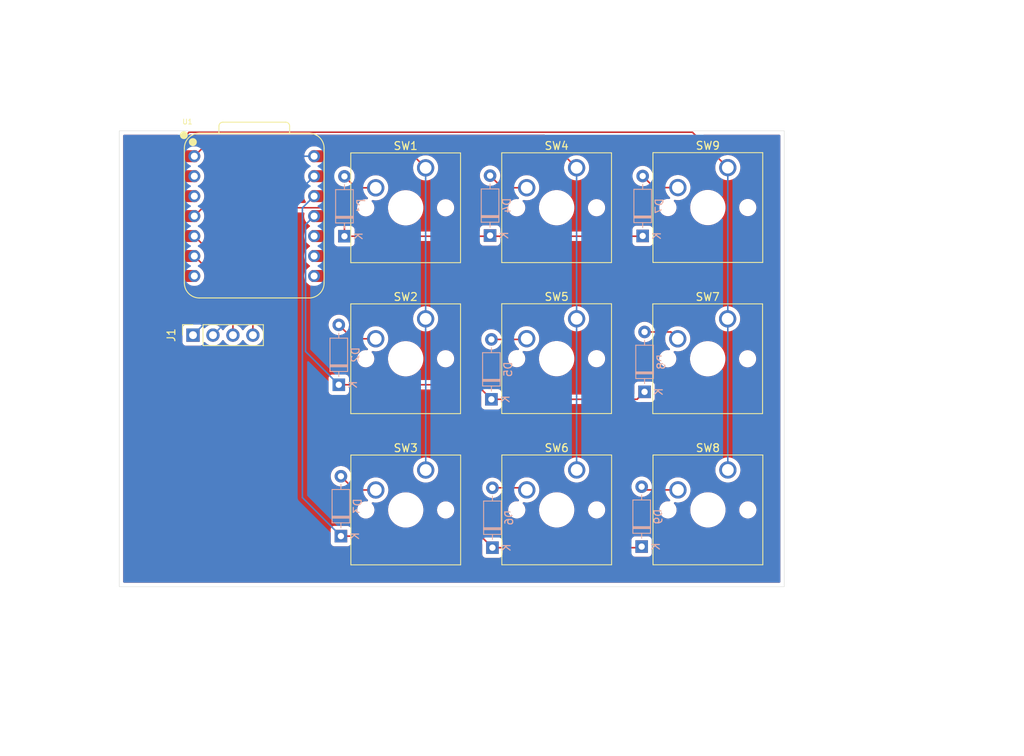
<source format=kicad_pcb>
(kicad_pcb (version 20241229) (generator "pcbnew") (generator_version "9.0")
  (layers (0 "F.Cu" signal) (2 "B.Cu" signal) (13 "F.Paste" user) (15 "B.Paste" user) (5 "F.SilkS" user "F.Silkscreen") (7 "B.SilkS" user "B.Silkscreen") (1 "F.Mask" user) (3 "B.Mask" user) (25 "Edge.Cuts" user))
  (net 0 "")
  (net 1 "row0")
  (net 2 "Net-(D1-A)")
  (net 3 "row1")
  (net 4 "Net-(D2-A)")
  (net 5 "row2")
  (net 6 "Net-(D3-A)")
  (net 7 "Net-(D4-A)")
  (net 8 "Net-(D5-A)")
  (net 9 "Net-(D6-A)")
  (net 10 "Net-(D7-A)")
  (net 11 "Net-(D8-A)")
  (net 12 "Net-(D9-A)")
  (net 13 "GND")
  (net 14 "Net-(J1-Pin_3)")
  (net 15 "+5V")
  (net 16 "Net-(J1-Pin_4)")
  (net 17 "col1")
  (net 18 "col2")
  (net 19 "col3")
  (footprint "Button_Switch_Keyboard:SW_Cherry_MX_1.00u_PCB" (layer "F.Cu") (at 133.8 58.15)
    (property "Reference" "SW9" (at -2.54 -2.794 0) (layer "F.SilkS"))
    (property "Value" "SW_Push")
    (fp_line (start -9.525 -1.905) (end 4.445 -1.905) (stroke (width 0.12)) (layer "F.SilkS"))
    (fp_line (start -9.525 12.065) (end -9.525 -1.905) (stroke (width 0.12)) (layer "F.SilkS"))
    (fp_line (start 4.445 -1.905) (end 4.445 12.065) (stroke (width 0.12)) (layer "F.SilkS"))
    (fp_line (start 4.445 12.065) (end -9.525 12.065) (stroke (width 0.12)) (layer "F.SilkS"))
    (pad "" np_thru_hole circle (at -7.62 5.08) (size 1.7 1.7) (drill 1.7) (layers "*.Cu" "*.Mask"))
    (pad "" np_thru_hole circle (at -2.54 5.08) (size 4 4) (drill 4) (layers "*.Cu" "*.Mask"))
    (pad "" np_thru_hole circle (at 2.54 5.08) (size 1.7 1.7) (drill 1.7) (layers "*.Cu" "*.Mask"))
    (pad "1" thru_hole circle (at 0 0) (size 2.2 2.2) (drill 1.5) (layers "*.Cu" "*.Mask") (net 19 "col3"))
    (pad "2" thru_hole circle (at -6.35 2.54) (size 2.2 2.2) (drill 1.5) (layers "*.Cu" "*.Mask") (net 10 "Net-(D7-A)"))
  )
  (footprint "Button_Switch_Keyboard:SW_Cherry_MX_1.00u_PCB" (layer "F.Cu") (at 114.56 58.17)
    (property "Reference" "SW4" (at -2.54 -2.794 0) (layer "F.SilkS"))
    (property "Value" "SW_Push")
    (fp_line (start -9.525 -1.905) (end 4.445 -1.905) (stroke (width 0.12)) (layer "F.SilkS"))
    (fp_line (start -9.525 12.065) (end -9.525 -1.905) (stroke (width 0.12)) (layer "F.SilkS"))
    (fp_line (start 4.445 -1.905) (end 4.445 12.065) (stroke (width 0.12)) (layer "F.SilkS"))
    (fp_line (start 4.445 12.065) (end -9.525 12.065) (stroke (width 0.12)) (layer "F.SilkS"))
    (pad "" np_thru_hole circle (at -7.62 5.08) (size 1.7 1.7) (drill 1.7) (layers "*.Cu" "*.Mask"))
    (pad "" np_thru_hole circle (at -2.54 5.08) (size 4 4) (drill 4) (layers "*.Cu" "*.Mask"))
    (pad "" np_thru_hole circle (at 2.54 5.08) (size 1.7 1.7) (drill 1.7) (layers "*.Cu" "*.Mask"))
    (pad "1" thru_hole circle (at 0 0) (size 2.2 2.2) (drill 1.5) (layers "*.Cu" "*.Mask") (net 18 "col2"))
    (pad "2" thru_hole circle (at -6.35 2.54) (size 2.2 2.2) (drill 1.5) (layers "*.Cu" "*.Mask") (net 7 "Net-(D4-A)"))
  )
  (footprint "Button_Switch_Keyboard:SW_Cherry_MX_1.00u_PCB" (layer "F.Cu") (at 133.78 77.39)
    (property "Reference" "SW7" (at -2.54 -2.794 0) (layer "F.SilkS"))
    (property "Value" "SW_Push")
    (fp_line (start -9.525 -1.905) (end 4.445 -1.905) (stroke (width 0.12)) (layer "F.SilkS"))
    (fp_line (start -9.525 12.065) (end -9.525 -1.905) (stroke (width 0.12)) (layer "F.SilkS"))
    (fp_line (start 4.445 -1.905) (end 4.445 12.065) (stroke (width 0.12)) (layer "F.SilkS"))
    (fp_line (start 4.445 12.065) (end -9.525 12.065) (stroke (width 0.12)) (layer "F.SilkS"))
    (pad "" np_thru_hole circle (at -7.62 5.08) (size 1.7 1.7) (drill 1.7) (layers "*.Cu" "*.Mask"))
    (pad "" np_thru_hole circle (at -2.54 5.08) (size 4 4) (drill 4) (layers "*.Cu" "*.Mask"))
    (pad "" np_thru_hole circle (at 2.54 5.08) (size 1.7 1.7) (drill 1.7) (layers "*.Cu" "*.Mask"))
    (pad "1" thru_hole circle (at 0 0) (size 2.2 2.2) (drill 1.5) (layers "*.Cu" "*.Mask") (net 19 "col3"))
    (pad "2" thru_hole circle (at -6.35 2.54) (size 2.2 2.2) (drill 1.5) (layers "*.Cu" "*.Mask") (net 11 "Net-(D8-A)"))
  )
  (footprint "Button_Switch_Keyboard:SW_Cherry_MX_1.00u_PCB" (layer "F.Cu") (at 114.57 96.62)
    (property "Reference" "SW6" (at -2.54 -2.794 0) (layer "F.SilkS"))
    (property "Value" "SW_Push")
    (fp_line (start -9.525 -1.905) (end 4.445 -1.905) (stroke (width 0.12)) (layer "F.SilkS"))
    (fp_line (start -9.525 12.065) (end -9.525 -1.905) (stroke (width 0.12)) (layer "F.SilkS"))
    (fp_line (start 4.445 -1.905) (end 4.445 12.065) (stroke (width 0.12)) (layer "F.SilkS"))
    (fp_line (start 4.445 12.065) (end -9.525 12.065) (stroke (width 0.12)) (layer "F.SilkS"))
    (pad "" np_thru_hole circle (at -7.62 5.08) (size 1.7 1.7) (drill 1.7) (layers "*.Cu" "*.Mask"))
    (pad "" np_thru_hole circle (at -2.54 5.08) (size 4 4) (drill 4) (layers "*.Cu" "*.Mask"))
    (pad "" np_thru_hole circle (at 2.54 5.08) (size 1.7 1.7) (drill 1.7) (layers "*.Cu" "*.Mask"))
    (pad "1" thru_hole circle (at 0 0) (size 2.2 2.2) (drill 1.5) (layers "*.Cu" "*.Mask") (net 18 "col2"))
    (pad "2" thru_hole circle (at -6.35 2.54) (size 2.2 2.2) (drill 1.5) (layers "*.Cu" "*.Mask") (net 9 "Net-(D6-A)"))
  )
  (footprint "Button_Switch_Keyboard:SW_Cherry_MX_1.00u_PCB" (layer "F.Cu") (at 133.81 96.62)
    (property "Reference" "SW8" (at -2.54 -2.794 0) (layer "F.SilkS"))
    (property "Value" "SW_Push")
    (fp_line (start -9.525 -1.905) (end 4.445 -1.905) (stroke (width 0.12)) (layer "F.SilkS"))
    (fp_line (start -9.525 12.065) (end -9.525 -1.905) (stroke (width 0.12)) (layer "F.SilkS"))
    (fp_line (start 4.445 -1.905) (end 4.445 12.065) (stroke (width 0.12)) (layer "F.SilkS"))
    (fp_line (start 4.445 12.065) (end -9.525 12.065) (stroke (width 0.12)) (layer "F.SilkS"))
    (pad "" np_thru_hole circle (at -7.62 5.08) (size 1.7 1.7) (drill 1.7) (layers "*.Cu" "*.Mask"))
    (pad "" np_thru_hole circle (at -2.54 5.08) (size 4 4) (drill 4) (layers "*.Cu" "*.Mask"))
    (pad "" np_thru_hole circle (at 2.54 5.08) (size 1.7 1.7) (drill 1.7) (layers "*.Cu" "*.Mask"))
    (pad "1" thru_hole circle (at 0 0) (size 2.2 2.2) (drill 1.5) (layers "*.Cu" "*.Mask") (net 19 "col3"))
    (pad "2" thru_hole circle (at -6.35 2.54) (size 2.2 2.2) (drill 1.5) (layers "*.Cu" "*.Mask") (net 12 "Net-(D9-A)"))
  )
  (footprint "seeed:XIAO-RP2040-DIP" (layer "F.Cu") (at 73.54 64.3185)
    (property "Reference" "U1" (at -8.5 -12 0) (layer "F.SilkS") (effects (font (size 0.635 0.635) (thickness 0.1016))))
    (property "Value" "XIAO-RP2040-DIP")
    (fp_line (start -8.89 8.509) (end -8.89 -8.636) (stroke (width 0.127)) (layer "F.SilkS"))
    (fp_line (start -6.985 10.414) (end 6.985 10.414) (stroke (width 0.127)) (layer "F.SilkS"))
    (fp_line (start -4.495 -10.541) (end -4.491272 -11.451272) (stroke (width 0.127)) (layer "F.SilkS"))
    (fp_line (start -3.991272 -11.951) (end 4.004 -11.951) (stroke (width 0.127)) (layer "F.SilkS"))
    (fp_line (start 4.504 -11.451) (end 4.504 -10.541) (stroke (width 0.127)) (layer "F.SilkS"))
    (fp_line (start 6.985 -10.541) (end -6.985 -10.541) (stroke (width 0.1)) (layer "F.SilkS"))
    (fp_line (start 6.985 -10.541) (end -6.985 -10.541) (stroke (width 0.127)) (layer "F.SilkS"))
    (fp_line (start 8.89 8.509) (end 8.89 -8.636) (stroke (width 0.127)) (layer "F.SilkS"))
    (fp_arc (start -8.89 -8.636) (mid -8.332038 -9.983038) (end -6.985 -10.541) (stroke (width 0.127)) (layer "F.SilkS"))
    (fp_arc (start -6.985 10.414) (mid -8.332038 9.856038) (end -8.89 8.509) (stroke (width 0.127)) (layer "F.SilkS"))
    (fp_arc (start -4.491272 -11.451272) (mid -4.344728 -11.80464) (end -3.991272 -11.951) (stroke (width 0.127)) (layer "F.SilkS"))
    (fp_arc (start 4.004 -11.951) (mid 4.357553 -11.804553) (end 4.504 -11.451) (stroke (width 0.127)) (layer "F.SilkS"))
    (fp_arc (start 6.985 -10.541) (mid 8.332038 -9.983038) (end 8.89 -8.636) (stroke (width 0.127)) (layer "F.SilkS"))
    (fp_arc (start 8.89 8.509) (mid 8.332038 9.856038) (end 6.985 10.414) (stroke (width 0.127)) (layer "F.SilkS"))
    (fp_circle (center -8.95 -10.3) (end -8.95 -10.554) (stroke (width 0.5)) (fill yes) (layer "F.SilkS"))
    (fp_circle (center -7.807 -9.42) (end -7.807 -9.674) (stroke (width 0.5)) (fill yes) (layer "F.SilkS"))
    (pad "1" smd roundrect (at -8.455 -7.62 180) (size 2.432 1.524) (layers "F.Cu" "F.Mask") (roundrect_rratio 0.1) (net 17 "col1"))
    (pad "1" thru_hole circle (at -7.62 -7.62 180) (size 1.524 1.524) (drill 0.889) (layers "*.Cu" "*.Mask") (net 17 "col1"))
    (pad "2" smd roundrect (at -8.455 -5.08 180) (size 2.432 1.524) (layers "F.Cu" "F.Mask") (roundrect_rratio 0.1) (net 18 "col2"))
    (pad "2" thru_hole circle (at -7.62 -5.08 180) (size 1.524 1.524) (drill 0.889) (layers "*.Cu" "*.Mask") (net 18 "col2"))
    (pad "3" smd roundrect (at -8.455 -2.54 180) (size 2.432 1.524) (layers "F.Cu" "F.Mask") (roundrect_rratio 0.1) (net 19 "col3"))
    (pad "3" thru_hole circle (at -7.62 -2.54 180) (size 1.524 1.524) (drill 0.889) (layers "*.Cu" "*.Mask") (net 19 "col3"))
    (pad "4" smd roundrect (at -8.455 0 180) (size 2.432 1.524) (layers "F.Cu" "F.Mask") (roundrect_rratio 0.1) (net 1 "row0"))
    (pad "4" thru_hole circle (at -7.62 0 180) (size 1.524 1.524) (drill 0.889) (layers "*.Cu" "*.Mask") (net 1 "row0"))
    (pad "5" smd roundrect (at -8.455 2.54 180) (size 2.432 1.524) (layers "F.Cu" "F.Mask") (roundrect_rratio 0.1) (net 16 "Net-(J1-Pin_4)"))
    (pad "5" thru_hole circle (at -7.62 2.54 180) (size 1.524 1.524) (drill 0.889) (layers "*.Cu" "*.Mask") (net 16 "Net-(J1-Pin_4)"))
    (pad "6" smd roundrect (at -8.455 5.08 180) (size 2.432 1.524) (layers "F.Cu" "F.Mask") (roundrect_rratio 0.1) (net 14 "Net-(J1-Pin_3)"))
    (pad "6" thru_hole circle (at -7.62 5.08 180) (size 1.524 1.524) (drill 0.889) (layers "*.Cu" "*.Mask") (net 14 "Net-(J1-Pin_3)"))
    (pad "7" smd roundrect (at -8.455 7.62 180) (size 2.432 1.524) (layers "F.Cu" "F.Mask") (roundrect_rratio 0.1))
    (pad "7" thru_hole circle (at -7.62 7.62 180) (size 1.524 1.524) (drill 0.889) (layers "*.Cu" "*.Mask"))
    (pad "8" thru_hole circle (at 7.62 7.62) (size 1.524 1.524) (drill 0.889) (layers "*.Cu" "*.Mask"))
    (pad "8" smd roundrect (at 8.455 7.62) (size 2.432 1.524) (layers "F.Cu" "F.Mask") (roundrect_rratio 0.1))
    (pad "9" thru_hole circle (at 7.62 5.08) (size 1.524 1.524) (drill 0.889) (layers "*.Cu" "*.Mask"))
    (pad "9" smd roundrect (at 8.455 5.08) (size 2.432 1.524) (layers "F.Cu" "F.Mask") (roundrect_rratio 0.1))
    (pad "10" thru_hole circle (at 7.62 2.54) (size 1.524 1.524) (drill 0.889) (layers "*.Cu" "*.Mask"))
    (pad "10" smd roundrect (at 8.455 2.54) (size 2.432 1.524) (layers "F.Cu" "F.Mask") (roundrect_rratio 0.1))
    (pad "11" thru_hole circle (at 7.62 0) (size 1.524 1.524) (drill 0.889) (layers "*.Cu" "*.Mask") (net 3 "row1"))
    (pad "11" smd roundrect (at 8.455 0) (size 2.432 1.524) (layers "F.Cu" "F.Mask") (roundrect_rratio 0.1) (net 3 "row1"))
    (pad "12" thru_hole circle (at 7.62 -2.54) (size 1.524 1.524) (drill 0.889) (layers "*.Cu" "*.Mask") (net 5 "row2"))
    (pad "12" smd roundrect (at 8.455 -2.54) (size 2.432 1.524) (layers "F.Cu" "F.Mask") (roundrect_rratio 0.1) (net 5 "row2"))
    (pad "13" thru_hole circle (at 7.62 -5.08) (size 1.524 1.524) (drill 0.889) (layers "*.Cu" "*.Mask") (net 13 "GND"))
    (pad "13" smd roundrect (at 8.455 -5.08) (size 2.432 1.524) (layers "F.Cu" "F.Mask") (roundrect_rratio 0.1) (net 13 "GND"))
    (pad "14" thru_hole circle (at 7.62 -7.62) (size 1.524 1.524) (drill 0.889) (layers "*.Cu" "*.Mask") (net 15 "+5V"))
    (pad "14" smd roundrect (at 8.455 -7.62) (size 2.432 1.524) (layers "F.Cu" "F.Mask") (roundrect_rratio 0.1) (net 15 "+5V"))
  )
  (footprint "Button_Switch_Keyboard:SW_Cherry_MX_1.00u_PCB" (layer "F.Cu") (at 95.36 96.63)
    (property "Reference" "SW3" (at -2.54 -2.794 0) (layer "F.SilkS"))
    (property "Value" "SW_Push")
    (fp_line (start -9.525 -1.905) (end 4.445 -1.905) (stroke (width 0.12)) (layer "F.SilkS"))
    (fp_line (start -9.525 12.065) (end -9.525 -1.905) (stroke (width 0.12)) (layer "F.SilkS"))
    (fp_line (start 4.445 -1.905) (end 4.445 12.065) (stroke (width 0.12)) (layer "F.SilkS"))
    (fp_line (start 4.445 12.065) (end -9.525 12.065) (stroke (width 0.12)) (layer "F.SilkS"))
    (pad "" np_thru_hole circle (at -7.62 5.08) (size 1.7 1.7) (drill 1.7) (layers "*.Cu" "*.Mask"))
    (pad "" np_thru_hole circle (at -2.54 5.08) (size 4 4) (drill 4) (layers "*.Cu" "*.Mask"))
    (pad "" np_thru_hole circle (at 2.54 5.08) (size 1.7 1.7) (drill 1.7) (layers "*.Cu" "*.Mask"))
    (pad "1" thru_hole circle (at 0 0) (size 2.2 2.2) (drill 1.5) (layers "*.Cu" "*.Mask") (net 17 "col1"))
    (pad "2" thru_hole circle (at -6.35 2.54) (size 2.2 2.2) (drill 1.5) (layers "*.Cu" "*.Mask") (net 6 "Net-(D3-A)"))
  )
  (footprint "Button_Switch_Keyboard:SW_Cherry_MX_1.00u_PCB" (layer "F.Cu") (at 95.35 77.39)
    (property "Reference" "SW2" (at -2.54 -2.794 0) (layer "F.SilkS"))
    (property "Value" "SW_Push")
    (fp_line (start -9.525 -1.905) (end 4.445 -1.905) (stroke (width 0.12)) (layer "F.SilkS"))
    (fp_line (start -9.525 12.065) (end -9.525 -1.905) (stroke (width 0.12)) (layer "F.SilkS"))
    (fp_line (start 4.445 -1.905) (end 4.445 12.065) (stroke (width 0.12)) (layer "F.SilkS"))
    (fp_line (start 4.445 12.065) (end -9.525 12.065) (stroke (width 0.12)) (layer "F.SilkS"))
    (pad "" np_thru_hole circle (at -7.62 5.08) (size 1.7 1.7) (drill 1.7) (layers "*.Cu" "*.Mask"))
    (pad "" np_thru_hole circle (at -2.54 5.08) (size 4 4) (drill 4) (layers "*.Cu" "*.Mask"))
    (pad "" np_thru_hole circle (at 2.54 5.08) (size 1.7 1.7) (drill 1.7) (layers "*.Cu" "*.Mask"))
    (pad "1" thru_hole circle (at 0 0) (size 2.2 2.2) (drill 1.5) (layers "*.Cu" "*.Mask") (net 17 "col1"))
    (pad "2" thru_hole circle (at -6.35 2.54) (size 2.2 2.2) (drill 1.5) (layers "*.Cu" "*.Mask") (net 4 "Net-(D2-A)"))
  )
  (footprint "Button_Switch_Keyboard:SW_Cherry_MX_1.00u_PCB" (layer "F.Cu") (at 95.35 58.18)
    (property "Reference" "SW1" (at -2.54 -2.794 0) (layer "F.SilkS"))
    (property "Value" "SW_Push")
    (fp_line (start -9.525 -1.905) (end 4.445 -1.905) (stroke (width 0.12)) (layer "F.SilkS"))
    (fp_line (start -9.525 12.065) (end -9.525 -1.905) (stroke (width 0.12)) (layer "F.SilkS"))
    (fp_line (start 4.445 -1.905) (end 4.445 12.065) (stroke (width 0.12)) (layer "F.SilkS"))
    (fp_line (start 4.445 12.065) (end -9.525 12.065) (stroke (width 0.12)) (layer "F.SilkS"))
    (pad "" np_thru_hole circle (at -7.62 5.08) (size 1.7 1.7) (drill 1.7) (layers "*.Cu" "*.Mask"))
    (pad "" np_thru_hole circle (at -2.54 5.08) (size 4 4) (drill 4) (layers "*.Cu" "*.Mask"))
    (pad "" np_thru_hole circle (at 2.54 5.08) (size 1.7 1.7) (drill 1.7) (layers "*.Cu" "*.Mask"))
    (pad "1" thru_hole circle (at 0 0) (size 2.2 2.2) (drill 1.5) (layers "*.Cu" "*.Mask") (net 17 "col1"))
    (pad "2" thru_hole circle (at -6.35 2.54) (size 2.2 2.2) (drill 1.5) (layers "*.Cu" "*.Mask") (net 2 "Net-(D1-A)"))
  )
  (footprint "Button_Switch_Keyboard:SW_Cherry_MX_1.00u_PCB" (layer "F.Cu") (at 114.56 77.38)
    (property "Reference" "SW5" (at -2.54 -2.794 0) (layer "F.SilkS"))
    (property "Value" "SW_Push")
    (fp_line (start -9.525 -1.905) (end 4.445 -1.905) (stroke (width 0.12)) (layer "F.SilkS"))
    (fp_line (start -9.525 12.065) (end -9.525 -1.905) (stroke (width 0.12)) (layer "F.SilkS"))
    (fp_line (start 4.445 -1.905) (end 4.445 12.065) (stroke (width 0.12)) (layer "F.SilkS"))
    (fp_line (start 4.445 12.065) (end -9.525 12.065) (stroke (width 0.12)) (layer "F.SilkS"))
    (pad "" np_thru_hole circle (at -7.62 5.08) (size 1.7 1.7) (drill 1.7) (layers "*.Cu" "*.Mask"))
    (pad "" np_thru_hole circle (at -2.54 5.08) (size 4 4) (drill 4) (layers "*.Cu" "*.Mask"))
    (pad "" np_thru_hole circle (at 2.54 5.08) (size 1.7 1.7) (drill 1.7) (layers "*.Cu" "*.Mask"))
    (pad "1" thru_hole circle (at 0 0) (size 2.2 2.2) (drill 1.5) (layers "*.Cu" "*.Mask") (net 18 "col2"))
    (pad "2" thru_hole circle (at -6.35 2.54) (size 2.2 2.2) (drill 1.5) (layers "*.Cu" "*.Mask") (net 8 "Net-(D5-A)"))
  )
  (footprint "Connector_PinSocket_2.54mm:PinSocket_1x04_P2.54mm_Vertical" (layer "F.Cu") (at 65.75 79.465 90)
    (property "Reference" "J1" (at 0 -2.77 90) (layer "F.SilkS"))
    (property "Value" "Conn_01x04")
    (fp_line (start 1.33 -1.33) (end 1.33 0) (stroke (width 0.12)) (layer "F.SilkS"))
    (fp_line (start 0 -1.33) (end 1.33 -1.33) (stroke (width 0.12)) (layer "F.SilkS"))
    (fp_line (start 1.33 1.27) (end 1.33 8.95) (stroke (width 0.12)) (layer "F.SilkS"))
    (fp_line (start -1.33 1.27) (end 1.33 1.27) (stroke (width 0.12)) (layer "F.SilkS"))
    (fp_line (start -1.33 1.27) (end -1.33 8.95) (stroke (width 0.12)) (layer "F.SilkS"))
    (fp_line (start -1.33 8.95) (end 1.33 8.95) (stroke (width 0.12)) (layer "F.SilkS"))
    (pad "1" thru_hole rect (at 0 0 90) (size 1.7 1.7) (drill 1) (layers "*.Cu" "*.Mask") (net 15 "+5V"))
    (pad "2" thru_hole oval (at 0 2.54 90) (size 1.7 1.7) (drill 1) (layers "*.Cu" "*.Mask") (net 13 "GND"))
    (pad "3" thru_hole oval (at 0 5.08 90) (size 1.7 1.7) (drill 1) (layers "*.Cu" "*.Mask") (net 14 "Net-(J1-Pin_3)"))
    (pad "4" thru_hole oval (at 0 7.62 90) (size 1.7 1.7) (drill 1) (layers "*.Cu" "*.Mask") (net 16 "Net-(J1-Pin_4)"))
  )
  (footprint "Diode_THT:D_DO-35_SOD27_P7.62mm_Horizontal" (layer "B.Cu") (at 122.97 66.84 90)
    (property "Reference" "D7" (at 3.81 2.12 90) (layer "B.SilkS") (effects (justify mirror)))
    (property "Value" "D")
    (fp_line (start 5.93 -1.12) (end 5.93 1.12) (stroke (width 0.12)) (layer "B.SilkS"))
    (fp_line (start 1.69 -1.12) (end 5.93 -1.12) (stroke (width 0.12)) (layer "B.SilkS"))
    (fp_line (start 6.58 0) (end 5.93 0) (stroke (width 0.12)) (layer "B.SilkS"))
    (fp_line (start 1.04 0) (end 1.69 0) (stroke (width 0.12)) (layer "B.SilkS"))
    (fp_line (start 5.93 1.12) (end 1.69 1.12) (stroke (width 0.12)) (layer "B.SilkS"))
    (fp_line (start 2.53 1.12) (end 2.53 -1.12) (stroke (width 0.12)) (layer "B.SilkS"))
    (fp_line (start 2.41 1.12) (end 2.41 -1.12) (stroke (width 0.12)) (layer "B.SilkS"))
    (fp_line (start 2.29 1.12) (end 2.29 -1.12) (stroke (width 0.12)) (layer "B.SilkS"))
    (fp_line (start 1.69 1.12) (end 1.69 -1.12) (stroke (width 0.12)) (layer "B.SilkS"))
    (fp_text user "K" (at 0 1.8 90) (layer "B.SilkS") (effects (justify mirror)))
    (pad "1" thru_hole rect (at 0 0 90) (size 1.6 1.6) (drill 0.8) (layers "*.Cu" "*.Mask") (net 1 "row0"))
    (pad "2" thru_hole oval (at 7.62 0 90) (size 1.6 1.6) (drill 0.8) (layers "*.Cu" "*.Mask") (net 10 "Net-(D7-A)"))
  )
  (footprint "Diode_THT:D_DO-35_SOD27_P7.62mm_Horizontal" (layer "B.Cu") (at 122.84 106.37 90)
    (property "Reference" "D9" (at 3.81 2.12 90) (layer "B.SilkS") (effects (justify mirror)))
    (property "Value" "D")
    (fp_line (start 5.93 -1.12) (end 5.93 1.12) (stroke (width 0.12)) (layer "B.SilkS"))
    (fp_line (start 1.69 -1.12) (end 5.93 -1.12) (stroke (width 0.12)) (layer "B.SilkS"))
    (fp_line (start 6.58 0) (end 5.93 0) (stroke (width 0.12)) (layer "B.SilkS"))
    (fp_line (start 1.04 0) (end 1.69 0) (stroke (width 0.12)) (layer "B.SilkS"))
    (fp_line (start 5.93 1.12) (end 1.69 1.12) (stroke (width 0.12)) (layer "B.SilkS"))
    (fp_line (start 2.53 1.12) (end 2.53 -1.12) (stroke (width 0.12)) (layer "B.SilkS"))
    (fp_line (start 2.41 1.12) (end 2.41 -1.12) (stroke (width 0.12)) (layer "B.SilkS"))
    (fp_line (start 2.29 1.12) (end 2.29 -1.12) (stroke (width 0.12)) (layer "B.SilkS"))
    (fp_line (start 1.69 1.12) (end 1.69 -1.12) (stroke (width 0.12)) (layer "B.SilkS"))
    (fp_text user "K" (at 0 1.8 90) (layer "B.SilkS") (effects (justify mirror)))
    (pad "1" thru_hole rect (at 0 0 90) (size 1.6 1.6) (drill 0.8) (layers "*.Cu" "*.Mask") (net 5 "row2"))
    (pad "2" thru_hole oval (at 7.62 0 90) (size 1.6 1.6) (drill 0.8) (layers "*.Cu" "*.Mask") (net 12 "Net-(D9-A)"))
  )
  (footprint "Diode_THT:D_DO-35_SOD27_P7.62mm_Horizontal" (layer "B.Cu") (at 84.57 105.04 90)
    (property "Reference" "D3" (at 3.81 2.12 90) (layer "B.SilkS") (effects (justify mirror)))
    (property "Value" "D")
    (fp_line (start 5.93 -1.12) (end 5.93 1.12) (stroke (width 0.12)) (layer "B.SilkS"))
    (fp_line (start 1.69 -1.12) (end 5.93 -1.12) (stroke (width 0.12)) (layer "B.SilkS"))
    (fp_line (start 6.58 0) (end 5.93 0) (stroke (width 0.12)) (layer "B.SilkS"))
    (fp_line (start 1.04 0) (end 1.69 0) (stroke (width 0.12)) (layer "B.SilkS"))
    (fp_line (start 5.93 1.12) (end 1.69 1.12) (stroke (width 0.12)) (layer "B.SilkS"))
    (fp_line (start 2.53 1.12) (end 2.53 -1.12) (stroke (width 0.12)) (layer "B.SilkS"))
    (fp_line (start 2.41 1.12) (end 2.41 -1.12) (stroke (width 0.12)) (layer "B.SilkS"))
    (fp_line (start 2.29 1.12) (end 2.29 -1.12) (stroke (width 0.12)) (layer "B.SilkS"))
    (fp_line (start 1.69 1.12) (end 1.69 -1.12) (stroke (width 0.12)) (layer "B.SilkS"))
    (fp_text user "K" (at 0 1.8 90) (layer "B.SilkS") (effects (justify mirror)))
    (pad "1" thru_hole rect (at 0 0 90) (size 1.6 1.6) (drill 0.8) (layers "*.Cu" "*.Mask") (net 5 "row2"))
    (pad "2" thru_hole oval (at 7.62 0 90) (size 1.6 1.6) (drill 0.8) (layers "*.Cu" "*.Mask") (net 6 "Net-(D3-A)"))
  )
  (footprint "Diode_THT:D_DO-35_SOD27_P7.62mm_Horizontal" (layer "B.Cu") (at 103.55 66.79 90)
    (property "Reference" "D4" (at 3.81 2.12 90) (layer "B.SilkS") (effects (justify mirror)))
    (property "Value" "D")
    (fp_line (start 5.93 -1.12) (end 5.93 1.12) (stroke (width 0.12)) (layer "B.SilkS"))
    (fp_line (start 1.69 -1.12) (end 5.93 -1.12) (stroke (width 0.12)) (layer "B.SilkS"))
    (fp_line (start 6.58 0) (end 5.93 0) (stroke (width 0.12)) (layer "B.SilkS"))
    (fp_line (start 1.04 0) (end 1.69 0) (stroke (width 0.12)) (layer "B.SilkS"))
    (fp_line (start 5.93 1.12) (end 1.69 1.12) (stroke (width 0.12)) (layer "B.SilkS"))
    (fp_line (start 2.53 1.12) (end 2.53 -1.12) (stroke (width 0.12)) (layer "B.SilkS"))
    (fp_line (start 2.41 1.12) (end 2.41 -1.12) (stroke (width 0.12)) (layer "B.SilkS"))
    (fp_line (start 2.29 1.12) (end 2.29 -1.12) (stroke (width 0.12)) (layer "B.SilkS"))
    (fp_line (start 1.69 1.12) (end 1.69 -1.12) (stroke (width 0.12)) (layer "B.SilkS"))
    (fp_text user "K" (at 0 1.8 90) (layer "B.SilkS") (effects (justify mirror)))
    (pad "1" thru_hole rect (at 0 0 90) (size 1.6 1.6) (drill 0.8) (layers "*.Cu" "*.Mask") (net 1 "row0"))
    (pad "2" thru_hole oval (at 7.62 0 90) (size 1.6 1.6) (drill 0.8) (layers "*.Cu" "*.Mask") (net 7 "Net-(D4-A)"))
  )
  (footprint "Diode_THT:D_DO-35_SOD27_P7.62mm_Horizontal" (layer "B.Cu") (at 84.3 85.78 90)
    (property "Reference" "D2" (at 3.81 2.12 90) (layer "B.SilkS") (effects (justify mirror)))
    (property "Value" "D")
    (fp_line (start 5.93 -1.12) (end 5.93 1.12) (stroke (width 0.12)) (layer "B.SilkS"))
    (fp_line (start 1.69 -1.12) (end 5.93 -1.12) (stroke (width 0.12)) (layer "B.SilkS"))
    (fp_line (start 6.58 0) (end 5.93 0) (stroke (width 0.12)) (layer "B.SilkS"))
    (fp_line (start 1.04 0) (end 1.69 0) (stroke (width 0.12)) (layer "B.SilkS"))
    (fp_line (start 5.93 1.12) (end 1.69 1.12) (stroke (width 0.12)) (layer "B.SilkS"))
    (fp_line (start 2.53 1.12) (end 2.53 -1.12) (stroke (width 0.12)) (layer "B.SilkS"))
    (fp_line (start 2.41 1.12) (end 2.41 -1.12) (stroke (width 0.12)) (layer "B.SilkS"))
    (fp_line (start 2.29 1.12) (end 2.29 -1.12) (stroke (width 0.12)) (layer "B.SilkS"))
    (fp_line (start 1.69 1.12) (end 1.69 -1.12) (stroke (width 0.12)) (layer "B.SilkS"))
    (fp_text user "K" (at 0 1.8 90) (layer "B.SilkS") (effects (justify mirror)))
    (pad "1" thru_hole rect (at 0 0 90) (size 1.6 1.6) (drill 0.8) (layers "*.Cu" "*.Mask") (net 3 "row1"))
    (pad "2" thru_hole oval (at 7.62 0 90) (size 1.6 1.6) (drill 0.8) (layers "*.Cu" "*.Mask") (net 4 "Net-(D2-A)"))
  )
  (footprint "Diode_THT:D_DO-35_SOD27_P7.62mm_Horizontal" (layer "B.Cu") (at 103.72 87.63 90)
    (property "Reference" "D5" (at 3.81 2.12 90) (layer "B.SilkS") (effects (justify mirror)))
    (property "Value" "D")
    (fp_line (start 5.93 -1.12) (end 5.93 1.12) (stroke (width 0.12)) (layer "B.SilkS"))
    (fp_line (start 1.69 -1.12) (end 5.93 -1.12) (stroke (width 0.12)) (layer "B.SilkS"))
    (fp_line (start 6.58 0) (end 5.93 0) (stroke (width 0.12)) (layer "B.SilkS"))
    (fp_line (start 1.04 0) (end 1.69 0) (stroke (width 0.12)) (layer "B.SilkS"))
    (fp_line (start 5.93 1.12) (end 1.69 1.12) (stroke (width 0.12)) (layer "B.SilkS"))
    (fp_line (start 2.53 1.12) (end 2.53 -1.12) (stroke (width 0.12)) (layer "B.SilkS"))
    (fp_line (start 2.41 1.12) (end 2.41 -1.12) (stroke (width 0.12)) (layer "B.SilkS"))
    (fp_line (start 2.29 1.12) (end 2.29 -1.12) (stroke (width 0.12)) (layer "B.SilkS"))
    (fp_line (start 1.69 1.12) (end 1.69 -1.12) (stroke (width 0.12)) (layer "B.SilkS"))
    (fp_text user "K" (at 0 1.8 90) (layer "B.SilkS") (effects (justify mirror)))
    (pad "1" thru_hole rect (at 0 0 90) (size 1.6 1.6) (drill 0.8) (layers "*.Cu" "*.Mask") (net 3 "row1"))
    (pad "2" thru_hole oval (at 7.62 0 90) (size 1.6 1.6) (drill 0.8) (layers "*.Cu" "*.Mask") (net 8 "Net-(D5-A)"))
  )
  (footprint "Diode_THT:D_DO-35_SOD27_P7.62mm_Horizontal" (layer "B.Cu") (at 103.85 106.51 90)
    (property "Reference" "D6" (at 3.81 2.12 90) (layer "B.SilkS") (effects (justify mirror)))
    (property "Value" "D")
    (fp_line (start 5.93 -1.12) (end 5.93 1.12) (stroke (width 0.12)) (layer "B.SilkS"))
    (fp_line (start 1.69 -1.12) (end 5.93 -1.12) (stroke (width 0.12)) (layer "B.SilkS"))
    (fp_line (start 6.58 0) (end 5.93 0) (stroke (width 0.12)) (layer "B.SilkS"))
    (fp_line (start 1.04 0) (end 1.69 0) (stroke (width 0.12)) (layer "B.SilkS"))
    (fp_line (start 5.93 1.12) (end 1.69 1.12) (stroke (width 0.12)) (layer "B.SilkS"))
    (fp_line (start 2.53 1.12) (end 2.53 -1.12) (stroke (width 0.12)) (layer "B.SilkS"))
    (fp_line (start 2.41 1.12) (end 2.41 -1.12) (stroke (width 0.12)) (layer "B.SilkS"))
    (fp_line (start 2.29 1.12) (end 2.29 -1.12) (stroke (width 0.12)) (layer "B.SilkS"))
    (fp_line (start 1.69 1.12) (end 1.69 -1.12) (stroke (width 0.12)) (layer "B.SilkS"))
    (fp_text user "K" (at 0 1.8 90) (layer "B.SilkS") (effects (justify mirror)))
    (pad "1" thru_hole rect (at 0 0 90) (size 1.6 1.6) (drill 0.8) (layers "*.Cu" "*.Mask") (net 5 "row2"))
    (pad "2" thru_hole oval (at 7.62 0 90) (size 1.6 1.6) (drill 0.8) (layers "*.Cu" "*.Mask") (net 9 "Net-(D6-A)"))
  )
  (footprint "Diode_THT:D_DO-35_SOD27_P7.62mm_Horizontal" (layer "B.Cu") (at 123.21 86.68 90)
    (property "Reference" "D8" (at 3.81 2.12 90) (layer "B.SilkS") (effects (justify mirror)))
    (property "Value" "D")
    (fp_line (start 5.93 -1.12) (end 5.93 1.12) (stroke (width 0.12)) (layer "B.SilkS"))
    (fp_line (start 1.69 -1.12) (end 5.93 -1.12) (stroke (width 0.12)) (layer "B.SilkS"))
    (fp_line (start 6.58 0) (end 5.93 0) (stroke (width 0.12)) (layer "B.SilkS"))
    (fp_line (start 1.04 0) (end 1.69 0) (stroke (width 0.12)) (layer "B.SilkS"))
    (fp_line (start 5.93 1.12) (end 1.69 1.12) (stroke (width 0.12)) (layer "B.SilkS"))
    (fp_line (start 2.53 1.12) (end 2.53 -1.12) (stroke (width 0.12)) (layer "B.SilkS"))
    (fp_line (start 2.41 1.12) (end 2.41 -1.12) (stroke (width 0.12)) (layer "B.SilkS"))
    (fp_line (start 2.29 1.12) (end 2.29 -1.12) (stroke (width 0.12)) (layer "B.SilkS"))
    (fp_line (start 1.69 1.12) (end 1.69 -1.12) (stroke (width 0.12)) (layer "B.SilkS"))
    (fp_text user "K" (at 0 1.8 90) (layer "B.SilkS") (effects (justify mirror)))
    (pad "1" thru_hole rect (at 0 0 90) (size 1.6 1.6) (drill 0.8) (layers "*.Cu" "*.Mask") (net 3 "row1"))
    (pad "2" thru_hole oval (at 7.62 0 90) (size 1.6 1.6) (drill 0.8) (layers "*.Cu" "*.Mask") (net 11 "Net-(D8-A)"))
  )
  (footprint "Diode_THT:D_DO-35_SOD27_P7.62mm_Horizontal" (layer "B.Cu") (at 85.02 66.88 90)
    (property "Reference" "D1" (at 3.81 2.12 90) (layer "B.SilkS") (effects (justify mirror)))
    (property "Value" "D")
    (fp_line (start 5.93 -1.12) (end 5.93 1.12) (stroke (width 0.12)) (layer "B.SilkS"))
    (fp_line (start 1.69 -1.12) (end 5.93 -1.12) (stroke (width 0.12)) (layer "B.SilkS"))
    (fp_line (start 6.58 0) (end 5.93 0) (stroke (width 0.12)) (layer "B.SilkS"))
    (fp_line (start 1.04 0) (end 1.69 0) (stroke (width 0.12)) (layer "B.SilkS"))
    (fp_line (start 5.93 1.12) (end 1.69 1.12) (stroke (width 0.12)) (layer "B.SilkS"))
    (fp_line (start 2.53 1.12) (end 2.53 -1.12) (stroke (width 0.12)) (layer "B.SilkS"))
    (fp_line (start 2.41 1.12) (end 2.41 -1.12) (stroke (width 0.12)) (layer "B.SilkS"))
    (fp_line (start 2.29 1.12) (end 2.29 -1.12) (stroke (width 0.12)) (layer "B.SilkS"))
    (fp_line (start 1.69 1.12) (end 1.69 -1.12) (stroke (width 0.12)) (layer "B.SilkS"))
    (fp_text user "K" (at 0 1.8 90) (layer "B.SilkS") (effects (justify mirror)))
    (pad "1" thru_hole rect (at 0 0 90) (size 1.6 1.6) (drill 0.8) (layers "*.Cu" "*.Mask") (net 1 "row0"))
    (pad "2" thru_hole oval (at 7.62 0 90) (size 1.6 1.6) (drill 0.8) (layers "*.Cu" "*.Mask") (net 2 "Net-(D1-A)"))
  )
  (gr_rect (start 56.36 53.47) (end 140.99 111.47) (stroke (width 0.05)) (fill no) (layer "Edge.Cuts"))
  (segment (start 85.02 65.024874) (end 83.250626 63.2555) (width 0.2) (layer "F.Cu") (net 1))
  (segment (start 85.02 66.88) (end 122.93 66.88) (width 0.2) (layer "F.Cu") (net 1))
  (segment (start 122.93 66.88) (end 122.97 66.84) (width 0.2) (layer "F.Cu") (net 1))
  (segment (start 66.983 63.2555) (end 65.92 64.3185) (width 0.2) (layer "F.Cu") (net 1))
  (segment (start 83.250626 63.2555) (end 66.983 63.2555) (width 0.2) (layer "F.Cu") (net 1))
  (segment (start 85.02 66.88) (end 85.02 65.024874) (width 0.2) (layer "F.Cu") (net 1))
  (segment (start 89 60.72) (end 86.48 60.72) (width 0.2) (layer "F.Cu") (net 2))
  (segment (start 86.48 60.72) (end 85.02 59.26) (width 0.2) (layer "F.Cu") (net 2))
  (segment (start 122.26 87.63) (end 123.21 86.68) (width 0.2) (layer "F.Cu") (net 3))
  (segment (start 103.72 87.63) (end 122.26 87.63) (width 0.2) (layer "F.Cu") (net 3))
  (segment (start 84.3 85.78) (end 101.87 85.78) (width 0.2) (layer "F.Cu") (net 3))
  (segment (start 101.87 85.78) (end 103.72 87.63) (width 0.2) (layer "F.Cu") (net 3))
  (segment (start 80.07 65.4085) (end 81.16 64.3185) (width 0.2) (layer "B.Cu") (net 3))
  (segment (start 80.07 81.55) (end 80.07 65.4085) (width 0.2) (layer "B.Cu") (net 3))
  (segment (start 84.3 85.78) (end 80.07 81.55) (width 0.2) (layer "B.Cu") (net 3))
  (segment (start 86.07 79.93) (end 84.3 78.16) (width 0.2) (layer "F.Cu") (net 4))
  (segment (start 89 79.93) (end 86.07 79.93) (width 0.2) (layer "F.Cu") (net 4))
  (segment (start 84.57 105.04) (end 102.38 105.04) (width 0.2) (layer "F.Cu") (net 5))
  (segment (start 102.38 105.04) (end 103.85 106.51) (width 0.2) (layer "F.Cu") (net 5))
  (segment (start 103.85 106.51) (end 122.7 106.51) (width 0.2) (layer "F.Cu") (net 5))
  (segment (start 122.7 106.51) (end 122.84 106.37) (width 0.2) (layer "F.Cu") (net 5))
  (segment (start 79.669 100.139) (end 79.669 63.2695) (width 0.2) (layer "B.Cu") (net 5))
  (segment (start 79.669 63.2695) (end 81.16 61.7785) (width 0.2) (layer "B.Cu") (net 5))
  (segment (start 84.57 105.04) (end 79.669 100.139) (width 0.2) (layer "B.Cu") (net 5))
  (segment (start 89.01 99.17) (end 86.32 99.17) (width 0.2) (layer "F.Cu") (net 6))
  (segment (start 86.32 99.17) (end 84.57 97.42) (width 0.2) (layer "F.Cu") (net 6))
  (segment (start 105.09 60.71) (end 103.55 59.17) (width 0.2) (layer "F.Cu") (net 7))
  (segment (start 108.21 60.71) (end 105.09 60.71) (width 0.2) (layer "F.Cu") (net 7))
  (segment (start 103.72 80.01) (end 108.12 80.01) (width 0.2) (layer "F.Cu") (net 8))
  (segment (start 108.12 80.01) (end 108.21 79.92) (width 0.2) (layer "F.Cu") (net 8))
  (segment (start 107.95 98.89) (end 108.22 99.16) (width 0.2) (layer "F.Cu") (net 9))
  (segment (start 103.85 98.89) (end 107.95 98.89) (width 0.2) (layer "F.Cu") (net 9))
  (segment (start 127.45 60.69) (end 124.44 60.69) (width 0.2) (layer "F.Cu") (net 10))
  (segment (start 124.44 60.69) (end 122.97 59.22) (width 0.2) (layer "F.Cu") (net 10))
  (segment (start 123.21 79.06) (end 126.56 79.06) (width 0.2) (layer "F.Cu") (net 11))
  (segment (start 126.56 79.06) (end 127.43 79.93) (width 0.2) (layer "F.Cu") (net 11))
  (segment (start 127.46 99.16) (end 123.25 99.16) (width 0.2) (layer "F.Cu") (net 12))
  (segment (start 123.25 99.16) (end 122.84 98.75) (width 0.2) (layer "F.Cu") (net 12))
  (segment (start 68.29 79.465) (end 71.481 76.274) (width 0.2) (layer "B.Cu") (net 13))
  (segment (start 71.481 68.9175) (end 81.16 59.2385) (width 0.2) (layer "B.Cu") (net 13))
  (segment (start 71.481 76.274) (end 71.481 68.9175) (width 0.2) (layer "B.Cu") (net 13))
  (segment (start 65.92 69.3985) (end 70.83 74.3085) (width 0.2) (layer "F.Cu") (net 14))
  (segment (start 70.83 74.3085) (end 70.83 79.465) (width 0.2) (layer "F.Cu") (net 14))
  (segment (start 71.08 74.135) (end 65.75 79.465) (width 0.2) (layer "B.Cu") (net 15))
  (segment (start 81.16 56.6985) (end 76.2215 56.6985) (width 0.2) (layer "B.Cu") (net 15))
  (segment (start 71.08 61.84) (end 71.08 74.135) (width 0.2) (layer "B.Cu") (net 15))
  (segment (start 76.2215 56.6985) (end 71.08 61.84) (width 0.2) (layer "B.Cu") (net 15))
  (segment (start 73.37 74.3085) (end 65.92 66.8585) (width 0.2) (layer "F.Cu") (net 16))
  (segment (start 73.37 79.465) (end 73.37 74.3085) (width 0.2) (layer "F.Cu") (net 16))
  (segment (start 91.62 54.45) (end 68.1685 54.45) (width 0.2) (layer "F.Cu") (net 17))
  (segment (start 68.1685 54.45) (end 65.92 56.6985) (width 0.2) (layer "F.Cu") (net 17))
  (segment (start 95.35 58.18) (end 91.62 54.45) (width 0.2) (layer "F.Cu") (net 17))
  (segment (start 95.35 58.18) (end 95.35 81.93) (width 0.2) (layer "B.Cu") (net 17))
  (segment (start 95.35 81.93) (end 95.36 81.94) (width 0.2) (layer "B.Cu") (net 17))
  (segment (start 95.36 81.94) (end 95.36 96.63) (width 0.2) (layer "B.Cu") (net 17))
  (segment (start 65.415874 54.049) (end 63.49 55.974874) (width 0.2) (layer "F.Cu") (net 18))
  (segment (start 63.49 57.88613) (end 64.84237 59.2385) (width 0.2) (layer "F.Cu") (net 18))
  (segment (start 110.439 54.049) (end 65.415874 54.049) (width 0.2) (layer "F.Cu") (net 18))
  (segment (start 64.84237 59.2385) (end 65.92 59.2385) (width 0.2) (layer "F.Cu") (net 18))
  (segment (start 63.49 55.974874) (end 63.49 57.88613) (width 0.2) (layer "F.Cu") (net 18))
  (segment (start 114.56 58.17) (end 110.439 54.049) (width 0.2) (layer "F.Cu") (net 18))
  (segment (start 114.56 58.17) (end 114.56 96.61) (width 0.2) (layer "B.Cu") (net 18))
  (segment (start 114.56 96.61) (end 114.57 96.62) (width 0.2) (layer "B.Cu") (net 18))
  (segment (start 63.089 55.808774) (end 63.089 59.7825) (width 0.2) (layer "F.Cu") (net 19))
  (segment (start 133.8 58.15) (end 129.298 53.648) (width 0.2) (layer "F.Cu") (net 19))
  (segment (start 63.089 59.7825) (end 65.085 61.7785) (width 0.2) (layer "F.Cu") (net 19))
  (segment (start 65.249774 53.648) (end 63.089 55.808774) (width 0.2) (layer "F.Cu") (net 19))
  (segment (start 129.298 53.648) (end 65.249774 53.648) (width 0.2) (layer "F.Cu") (net 19))
  (segment (start 133.8 58.15) (end 133.8 96.61) (width 0.2) (layer "B.Cu") (net 19))
  (segment (start 133.8 96.61) (end 133.81 96.62) (width 0.2) (layer "B.Cu") (net 19))
  (zone (net 0) (net_name "") (layers "F.Cu" "B.Cu") (connect_pads (clearance 0.5)) (min_thickness 0.25) (fill yes (thermal_gap 0.5) (thermal_bridge_width 0.5) (island_removal_mode 1) (island_area_min 10))
    (polygon (pts (xy 41.19 42.54) (xy 42.23 133.06) (xy 171.51 128.64) (xy 159.8 36.82)))
  )
)
</source>
